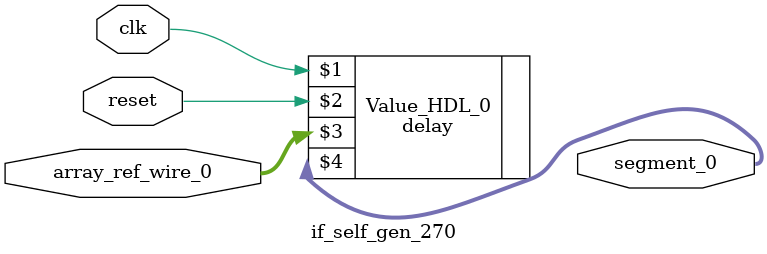
<source format=v>
module if_self_gen_270( input clk, input reset, input [31:0]array_ref_wire_0, output [31:0]segment_0); 
	wire [31:0]segment_0;
	//Proceed with segment_0 = array_ref_wire_0
	delay Value_HDL_0 ( clk, reset, array_ref_wire_0, segment_0);
endmodule
</source>
